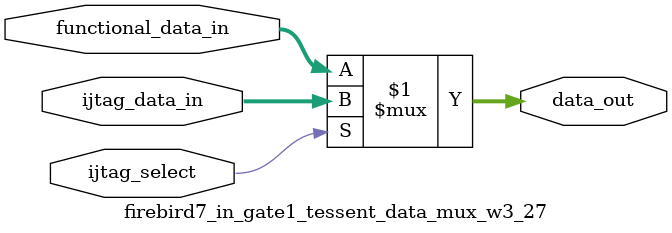
<source format=sv>

module firebird7_in_gate1_tessent_data_mux_w3_27 (
  input wire ijtag_select,
  input wire [2:0]  functional_data_in,
  input wire [2:0]  ijtag_data_in,
  output wire [2:0] data_out
);
assign data_out = (ijtag_select) ? ijtag_data_in : functional_data_in;
endmodule

</source>
